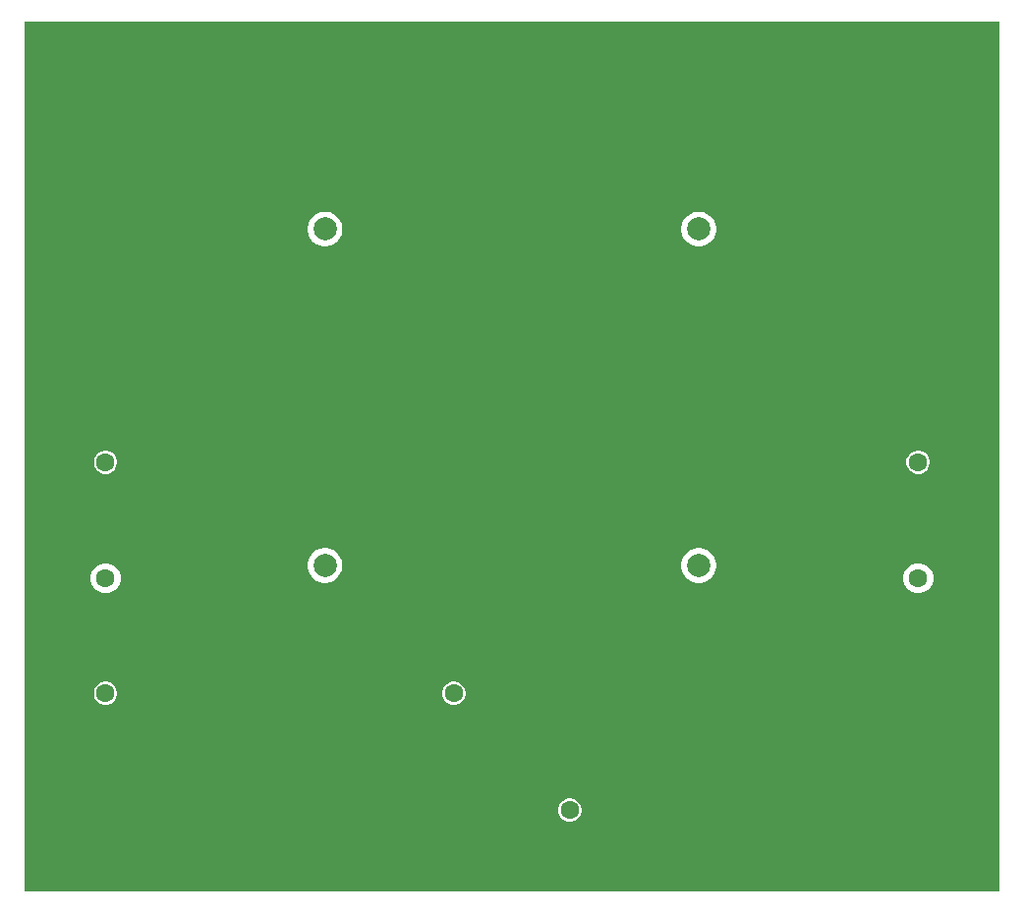
<source format=gbl>
G04*
G04 #@! TF.GenerationSoftware,Altium Limited,Altium Designer,21.9.1 (22)*
G04*
G04 Layer_Physical_Order=2*
G04 Layer_Color=16711680*
%FSAX44Y44*%
%MOMM*%
G71*
G04*
G04 #@! TF.SameCoordinates,FFB4AF1C-9F1E-4918-9BAF-B3E2B2FCB192*
G04*
G04*
G04 #@! TF.FilePolarity,Positive*
G04*
G01*
G75*
%ADD30C,2.0000*%
%ADD31C,2.2000*%
%ADD32C,1.6000*%
%ADD33C,0.7000*%
G36*
X00840000Y00000000D02*
X00000000D01*
Y00750000D01*
X00840000D01*
Y00000000D01*
D02*
G37*
%LPC*%
G36*
X00582477Y00586000D02*
X00579523D01*
X00576625Y00585424D01*
X00573895Y00584293D01*
X00571438Y00582651D01*
X00569349Y00580562D01*
X00567707Y00578105D01*
X00566576Y00575375D01*
X00566000Y00572477D01*
Y00569523D01*
X00566576Y00566625D01*
X00567707Y00563895D01*
X00569349Y00561438D01*
X00571438Y00559349D01*
X00573895Y00557707D01*
X00576625Y00556576D01*
X00579523Y00556000D01*
X00582477D01*
X00585375Y00556576D01*
X00588105Y00557707D01*
X00590562Y00559349D01*
X00592651Y00561438D01*
X00594293Y00563895D01*
X00595424Y00566625D01*
X00596000Y00569523D01*
Y00572477D01*
X00595424Y00575375D01*
X00594293Y00578105D01*
X00592651Y00580562D01*
X00590562Y00582651D01*
X00588105Y00584293D01*
X00585375Y00585424D01*
X00582477Y00586000D01*
D02*
G37*
G36*
X00260477D02*
X00257523D01*
X00254625Y00585424D01*
X00251895Y00584293D01*
X00249438Y00582651D01*
X00247349Y00580562D01*
X00245707Y00578105D01*
X00244576Y00575375D01*
X00244000Y00572477D01*
Y00569523D01*
X00244576Y00566625D01*
X00245707Y00563895D01*
X00247349Y00561438D01*
X00249438Y00559349D01*
X00251895Y00557707D01*
X00254625Y00556576D01*
X00257523Y00556000D01*
X00260477D01*
X00263375Y00556576D01*
X00266105Y00557707D01*
X00268562Y00559349D01*
X00270651Y00561438D01*
X00272293Y00563895D01*
X00273424Y00566625D01*
X00274000Y00569523D01*
Y00572477D01*
X00273424Y00575375D01*
X00272293Y00578105D01*
X00270651Y00580562D01*
X00268562Y00582651D01*
X00266105Y00584293D01*
X00263375Y00585424D01*
X00260477Y00586000D01*
D02*
G37*
G36*
X00771317Y00380000D02*
X00768683D01*
X00766140Y00379319D01*
X00763860Y00378002D01*
X00761998Y00376140D01*
X00760682Y00373860D01*
X00760000Y00371316D01*
Y00368684D01*
X00760682Y00366140D01*
X00761998Y00363860D01*
X00763860Y00361998D01*
X00766140Y00360681D01*
X00768683Y00360000D01*
X00771317D01*
X00773860Y00360681D01*
X00776140Y00361998D01*
X00778002Y00363860D01*
X00779318Y00366140D01*
X00780000Y00368684D01*
Y00371316D01*
X00779318Y00373860D01*
X00778002Y00376140D01*
X00776140Y00378002D01*
X00773860Y00379319D01*
X00771317Y00380000D01*
D02*
G37*
G36*
X00071316D02*
X00068684D01*
X00066140Y00379319D01*
X00063860Y00378002D01*
X00061998Y00376140D01*
X00060682Y00373860D01*
X00060000Y00371316D01*
Y00368684D01*
X00060682Y00366140D01*
X00061998Y00363860D01*
X00063860Y00361998D01*
X00066140Y00360681D01*
X00068684Y00360000D01*
X00071316D01*
X00073860Y00360681D01*
X00076140Y00361998D01*
X00078002Y00363860D01*
X00079318Y00366140D01*
X00080000Y00368684D01*
Y00371316D01*
X00079318Y00373860D01*
X00078002Y00376140D01*
X00076140Y00378002D01*
X00073860Y00379319D01*
X00071316Y00380000D01*
D02*
G37*
G36*
X00582477Y00296000D02*
X00579523D01*
X00576625Y00295424D01*
X00573895Y00294293D01*
X00571438Y00292651D01*
X00569349Y00290562D01*
X00567707Y00288105D01*
X00566576Y00285375D01*
X00566000Y00282477D01*
Y00279523D01*
X00566576Y00276625D01*
X00567707Y00273895D01*
X00569349Y00271438D01*
X00571438Y00269349D01*
X00573895Y00267707D01*
X00576625Y00266576D01*
X00579523Y00266000D01*
X00582477D01*
X00585375Y00266576D01*
X00588105Y00267707D01*
X00590562Y00269349D01*
X00592651Y00271438D01*
X00594293Y00273895D01*
X00595424Y00276625D01*
X00596000Y00279523D01*
Y00282477D01*
X00595424Y00285375D01*
X00594293Y00288105D01*
X00592651Y00290562D01*
X00590562Y00292651D01*
X00588105Y00294293D01*
X00585375Y00295424D01*
X00582477Y00296000D01*
D02*
G37*
G36*
X00260477D02*
X00257523D01*
X00254625Y00295424D01*
X00251895Y00294293D01*
X00249438Y00292651D01*
X00247349Y00290562D01*
X00245707Y00288105D01*
X00244576Y00285375D01*
X00244000Y00282477D01*
Y00279523D01*
X00244576Y00276625D01*
X00245707Y00273895D01*
X00247349Y00271438D01*
X00249438Y00269349D01*
X00251895Y00267707D01*
X00254625Y00266576D01*
X00257523Y00266000D01*
X00260477D01*
X00263375Y00266576D01*
X00266105Y00267707D01*
X00268562Y00269349D01*
X00270651Y00271438D01*
X00272293Y00273895D01*
X00273424Y00276625D01*
X00274000Y00279523D01*
Y00282477D01*
X00273424Y00285375D01*
X00272293Y00288105D01*
X00270651Y00290562D01*
X00268562Y00292651D01*
X00266105Y00294293D01*
X00263375Y00295424D01*
X00260477Y00296000D01*
D02*
G37*
G36*
X00771712Y00283000D02*
X00768288D01*
X00764982Y00282114D01*
X00762018Y00280403D01*
X00759597Y00277982D01*
X00757886Y00275018D01*
X00757000Y00271712D01*
Y00268288D01*
X00757886Y00264982D01*
X00759597Y00262018D01*
X00762018Y00259597D01*
X00764982Y00257886D01*
X00768288Y00257000D01*
X00771712D01*
X00775018Y00257886D01*
X00777982Y00259597D01*
X00780403Y00262018D01*
X00782114Y00264982D01*
X00783000Y00268288D01*
Y00271712D01*
X00782114Y00275018D01*
X00780403Y00277982D01*
X00777982Y00280403D01*
X00775018Y00282114D01*
X00771712Y00283000D01*
D02*
G37*
G36*
X00071712D02*
X00068288D01*
X00064982Y00282114D01*
X00062018Y00280403D01*
X00059597Y00277982D01*
X00057886Y00275018D01*
X00057000Y00271712D01*
Y00268288D01*
X00057886Y00264982D01*
X00059597Y00262018D01*
X00062018Y00259597D01*
X00064982Y00257886D01*
X00068288Y00257000D01*
X00071712D01*
X00075018Y00257886D01*
X00077982Y00259597D01*
X00080403Y00262018D01*
X00082114Y00264982D01*
X00083000Y00268288D01*
Y00271712D01*
X00082114Y00275018D01*
X00080403Y00277982D01*
X00077982Y00280403D01*
X00075018Y00282114D01*
X00071712Y00283000D01*
D02*
G37*
G36*
X00371317Y00180800D02*
X00368684D01*
X00366140Y00180119D01*
X00363860Y00178802D01*
X00361998Y00176940D01*
X00360682Y00174660D01*
X00360000Y00172117D01*
Y00169484D01*
X00360682Y00166940D01*
X00361998Y00164660D01*
X00363860Y00162798D01*
X00366140Y00161481D01*
X00368684Y00160800D01*
X00371317D01*
X00373860Y00161481D01*
X00376140Y00162798D01*
X00378002Y00164660D01*
X00379319Y00166940D01*
X00380000Y00169484D01*
Y00172117D01*
X00379319Y00174660D01*
X00378002Y00176940D01*
X00376140Y00178802D01*
X00373860Y00180119D01*
X00371317Y00180800D01*
D02*
G37*
G36*
X00071317D02*
X00068684D01*
X00066140Y00180119D01*
X00063860Y00178802D01*
X00061998Y00176940D01*
X00060682Y00174660D01*
X00060000Y00172117D01*
Y00169484D01*
X00060682Y00166940D01*
X00061998Y00164660D01*
X00063860Y00162798D01*
X00066140Y00161481D01*
X00068684Y00160800D01*
X00071317D01*
X00073860Y00161481D01*
X00076140Y00162798D01*
X00078002Y00164660D01*
X00079319Y00166940D01*
X00080000Y00169484D01*
Y00172117D01*
X00079319Y00174660D01*
X00078002Y00176940D01*
X00076140Y00178802D01*
X00073860Y00180119D01*
X00071317Y00180800D01*
D02*
G37*
G36*
X00471316Y00080000D02*
X00468684D01*
X00466140Y00079318D01*
X00463860Y00078002D01*
X00461998Y00076140D01*
X00460681Y00073860D01*
X00460000Y00071316D01*
Y00068684D01*
X00460681Y00066140D01*
X00461998Y00063860D01*
X00463860Y00061998D01*
X00466140Y00060682D01*
X00468684Y00060000D01*
X00471316D01*
X00473860Y00060682D01*
X00476140Y00061998D01*
X00478002Y00063860D01*
X00479319Y00066140D01*
X00480000Y00068684D01*
Y00071316D01*
X00479319Y00073860D01*
X00478002Y00076140D01*
X00476140Y00078002D01*
X00473860Y00079318D01*
X00471316Y00080000D01*
D02*
G37*
%LPD*%
D30*
X00581000Y00571000D02*
D03*
Y00613000D02*
D03*
X00539000Y00571000D02*
D03*
X00301000D02*
D03*
X00259000Y00613000D02*
D03*
Y00571000D02*
D03*
X00581000Y00281000D02*
D03*
Y00323000D02*
D03*
X00539000Y00281000D02*
D03*
X00301000D02*
D03*
X00259000Y00323000D02*
D03*
Y00281000D02*
D03*
D31*
X00744600Y00395400D02*
D03*
X00795400D02*
D03*
Y00344600D02*
D03*
X00744600D02*
D03*
X00044600Y00395400D02*
D03*
X00095400D02*
D03*
Y00344600D02*
D03*
X00044600D02*
D03*
X00744600Y00295400D02*
D03*
X00795400D02*
D03*
Y00244600D02*
D03*
X00744600D02*
D03*
X00044600Y00095400D02*
D03*
X00095400D02*
D03*
Y00044600D02*
D03*
X00044600D02*
D03*
X00344600Y00196200D02*
D03*
X00395400D02*
D03*
Y00145400D02*
D03*
X00344600D02*
D03*
X00495400Y00044600D02*
D03*
X00444600D02*
D03*
Y00095400D02*
D03*
X00495400D02*
D03*
X00044600Y00295400D02*
D03*
X00095400D02*
D03*
Y00244600D02*
D03*
X00044600D02*
D03*
X00044600Y00196200D02*
D03*
X00095400D02*
D03*
Y00145400D02*
D03*
X00044600D02*
D03*
D32*
X00770000Y00370000D02*
D03*
X00070000D02*
D03*
X00770000Y00270000D02*
D03*
X00070000Y00070000D02*
D03*
X00370000Y00170800D02*
D03*
X00470000Y00070000D02*
D03*
X00070000Y00270000D02*
D03*
X00070000Y00170800D02*
D03*
D33*
X00720000Y00620000D02*
D03*
X00700000D02*
D03*
X00680000D02*
D03*
X00660000D02*
D03*
X00640000D02*
D03*
X00200000D02*
D03*
X00180000D02*
D03*
X00160000D02*
D03*
X00140000D02*
D03*
X00120000D02*
D03*
X00570000Y00590000D02*
D03*
X00450000Y00570000D02*
D03*
X00470000D02*
D03*
X00490000D02*
D03*
X00510000D02*
D03*
X00370000D02*
D03*
X00390000D02*
D03*
X00410000D02*
D03*
X00430000D02*
D03*
X00330000D02*
D03*
X00350000D02*
D03*
X00270000Y00590000D02*
D03*
X00230000Y00610000D02*
D03*
Y00570000D02*
D03*
X00610000D02*
D03*
Y00610000D02*
D03*
X00530000Y00590000D02*
D03*
X00550000D02*
D03*
X00530000Y00610000D02*
D03*
X00550000D02*
D03*
X00350000D02*
D03*
X00330000D02*
D03*
X00310000D02*
D03*
X00290000D02*
D03*
X00350000Y00590000D02*
D03*
X00330000D02*
D03*
X00310000D02*
D03*
X00290000D02*
D03*
X00430000Y00610000D02*
D03*
X00410000D02*
D03*
X00390000D02*
D03*
X00370000D02*
D03*
X00430000Y00590000D02*
D03*
X00410000D02*
D03*
X00390000D02*
D03*
X00370000D02*
D03*
X00510000Y00610000D02*
D03*
X00490000D02*
D03*
X00470000D02*
D03*
X00450000D02*
D03*
X00510000Y00590000D02*
D03*
X00490000D02*
D03*
X00470000D02*
D03*
X00450000D02*
D03*
X00610000Y00300000D02*
D03*
Y00320000D02*
D03*
X00230000Y00300000D02*
D03*
Y00320000D02*
D03*
X00290000Y00260000D02*
D03*
X00310000D02*
D03*
X00530000D02*
D03*
X00550000D02*
D03*
X00510000Y00280000D02*
D03*
Y00260000D02*
D03*
X00490000Y00280000D02*
D03*
Y00260000D02*
D03*
X00550000Y00320000D02*
D03*
Y00300000D02*
D03*
X00530000Y00320000D02*
D03*
Y00300000D02*
D03*
X00410000Y00260000D02*
D03*
X00430000D02*
D03*
X00450000D02*
D03*
X00470000D02*
D03*
X00410000Y00280000D02*
D03*
X00430000D02*
D03*
X00450000D02*
D03*
X00470000D02*
D03*
X00330000Y00260000D02*
D03*
X00350000D02*
D03*
X00370000D02*
D03*
X00390000D02*
D03*
X00330000Y00280000D02*
D03*
X00350000D02*
D03*
X00370000D02*
D03*
X00390000D02*
D03*
X00450000Y00300000D02*
D03*
X00470000D02*
D03*
X00490000D02*
D03*
X00510000D02*
D03*
X00450000Y00320000D02*
D03*
X00470000D02*
D03*
X00490000D02*
D03*
X00510000D02*
D03*
X00370000Y00300000D02*
D03*
X00390000D02*
D03*
X00410000D02*
D03*
X00430000D02*
D03*
X00370000Y00320000D02*
D03*
X00390000D02*
D03*
X00410000D02*
D03*
X00430000D02*
D03*
X00290000Y00300000D02*
D03*
X00310000D02*
D03*
X00330000D02*
D03*
X00350000D02*
D03*
X00290000Y00320000D02*
D03*
X00310000D02*
D03*
X00330000D02*
D03*
X00350000D02*
D03*
X00230000Y00730000D02*
D03*
X00250000D02*
D03*
X00270000D02*
D03*
X00290000D02*
D03*
X00310000D02*
D03*
X00410000D02*
D03*
X00390000D02*
D03*
X00370000D02*
D03*
X00350000D02*
D03*
X00330000D02*
D03*
X00530000D02*
D03*
X00550000D02*
D03*
X00570000D02*
D03*
X00590000D02*
D03*
X00610000D02*
D03*
X00510000D02*
D03*
X00490000D02*
D03*
X00470000D02*
D03*
X00450000D02*
D03*
X00430000D02*
D03*
X00230000Y00710000D02*
D03*
X00250000D02*
D03*
X00270000D02*
D03*
X00290000D02*
D03*
X00310000D02*
D03*
X00410000D02*
D03*
X00390000D02*
D03*
X00370000D02*
D03*
X00350000D02*
D03*
X00330000D02*
D03*
X00530000D02*
D03*
X00550000D02*
D03*
X00570000D02*
D03*
X00590000D02*
D03*
X00610000D02*
D03*
X00510000D02*
D03*
X00490000D02*
D03*
X00470000D02*
D03*
X00450000D02*
D03*
X00430000D02*
D03*
X00230000Y00690000D02*
D03*
X00250000D02*
D03*
X00270000D02*
D03*
X00290000D02*
D03*
X00310000D02*
D03*
X00410000D02*
D03*
X00390000D02*
D03*
X00370000D02*
D03*
X00350000D02*
D03*
X00330000D02*
D03*
X00530000D02*
D03*
X00550000D02*
D03*
X00570000D02*
D03*
X00590000D02*
D03*
X00610000D02*
D03*
X00510000D02*
D03*
X00490000D02*
D03*
X00470000D02*
D03*
X00450000D02*
D03*
X00430000D02*
D03*
X00230000Y00670000D02*
D03*
X00250000D02*
D03*
X00270000D02*
D03*
X00290000D02*
D03*
X00310000D02*
D03*
X00410000D02*
D03*
X00390000D02*
D03*
X00370000D02*
D03*
X00350000D02*
D03*
X00330000D02*
D03*
X00530000D02*
D03*
X00550000D02*
D03*
X00570000D02*
D03*
X00590000D02*
D03*
X00610000D02*
D03*
X00510000D02*
D03*
X00490000D02*
D03*
X00470000D02*
D03*
X00450000D02*
D03*
X00430000D02*
D03*
X00230000Y00650000D02*
D03*
X00250000D02*
D03*
X00270000D02*
D03*
X00290000D02*
D03*
X00310000D02*
D03*
X00410000D02*
D03*
X00390000D02*
D03*
X00370000D02*
D03*
X00350000D02*
D03*
X00330000D02*
D03*
X00530000D02*
D03*
X00550000D02*
D03*
X00570000D02*
D03*
X00590000D02*
D03*
X00610000D02*
D03*
X00510000D02*
D03*
X00490000D02*
D03*
X00470000D02*
D03*
X00450000D02*
D03*
X00430000D02*
D03*
X00230000Y00630000D02*
D03*
X00250000D02*
D03*
X00270000D02*
D03*
X00290000D02*
D03*
X00310000D02*
D03*
X00410000D02*
D03*
X00390000D02*
D03*
X00370000D02*
D03*
X00350000D02*
D03*
X00330000D02*
D03*
X00530000D02*
D03*
X00550000D02*
D03*
X00570000D02*
D03*
X00590000D02*
D03*
X00610000D02*
D03*
X00510000D02*
D03*
X00490000D02*
D03*
X00470000D02*
D03*
X00450000D02*
D03*
X00430000D02*
D03*
X00230000Y00550000D02*
D03*
X00250000D02*
D03*
X00270000D02*
D03*
X00290000D02*
D03*
X00310000D02*
D03*
X00410000D02*
D03*
X00390000D02*
D03*
X00370000D02*
D03*
X00350000D02*
D03*
X00330000D02*
D03*
X00530000D02*
D03*
X00550000D02*
D03*
X00570000D02*
D03*
X00590000D02*
D03*
X00610000D02*
D03*
X00510000D02*
D03*
X00490000D02*
D03*
X00470000D02*
D03*
X00450000D02*
D03*
X00430000D02*
D03*
X00230000Y00530000D02*
D03*
X00250000D02*
D03*
X00270000D02*
D03*
X00290000D02*
D03*
X00310000D02*
D03*
X00410000D02*
D03*
X00390000D02*
D03*
X00370000D02*
D03*
X00350000D02*
D03*
X00330000D02*
D03*
X00530000D02*
D03*
X00550000D02*
D03*
X00570000D02*
D03*
X00590000D02*
D03*
X00610000D02*
D03*
X00510000D02*
D03*
X00490000D02*
D03*
X00470000D02*
D03*
X00450000D02*
D03*
X00430000D02*
D03*
X00230000Y00500000D02*
D03*
X00250000D02*
D03*
X00270000D02*
D03*
X00290000D02*
D03*
X00310000D02*
D03*
X00410000D02*
D03*
X00390000D02*
D03*
X00370000D02*
D03*
X00350000D02*
D03*
X00330000D02*
D03*
X00530000D02*
D03*
X00550000D02*
D03*
X00570000D02*
D03*
X00590000D02*
D03*
X00610000D02*
D03*
X00510000D02*
D03*
X00490000D02*
D03*
X00470000D02*
D03*
X00450000D02*
D03*
X00430000D02*
D03*
X00230000Y00480000D02*
D03*
X00250000D02*
D03*
X00270000D02*
D03*
X00290000D02*
D03*
X00310000D02*
D03*
X00410000D02*
D03*
X00390000D02*
D03*
X00370000D02*
D03*
X00350000D02*
D03*
X00330000D02*
D03*
X00530000D02*
D03*
X00550000D02*
D03*
X00570000D02*
D03*
X00590000D02*
D03*
X00610000D02*
D03*
X00510000D02*
D03*
X00490000D02*
D03*
X00470000D02*
D03*
X00450000D02*
D03*
X00430000D02*
D03*
X00230000Y00460000D02*
D03*
X00250000D02*
D03*
X00270000D02*
D03*
X00290000D02*
D03*
X00310000D02*
D03*
X00410000D02*
D03*
X00390000D02*
D03*
X00370000D02*
D03*
X00350000D02*
D03*
X00330000D02*
D03*
X00530000D02*
D03*
X00550000D02*
D03*
X00570000D02*
D03*
X00590000D02*
D03*
X00610000D02*
D03*
X00510000D02*
D03*
X00490000D02*
D03*
X00470000D02*
D03*
X00450000D02*
D03*
X00430000D02*
D03*
X00230000Y00440000D02*
D03*
X00250000D02*
D03*
X00270000D02*
D03*
X00290000D02*
D03*
X00310000D02*
D03*
X00410000D02*
D03*
X00390000D02*
D03*
X00370000D02*
D03*
X00350000D02*
D03*
X00330000D02*
D03*
X00530000D02*
D03*
X00550000D02*
D03*
X00570000D02*
D03*
X00590000D02*
D03*
X00610000D02*
D03*
X00510000D02*
D03*
X00490000D02*
D03*
X00470000D02*
D03*
X00450000D02*
D03*
X00430000D02*
D03*
X00230000Y00420000D02*
D03*
X00250000D02*
D03*
X00270000D02*
D03*
X00290000D02*
D03*
X00310000D02*
D03*
X00410000D02*
D03*
X00390000D02*
D03*
X00370000D02*
D03*
X00350000D02*
D03*
X00330000D02*
D03*
X00530000D02*
D03*
X00550000D02*
D03*
X00570000D02*
D03*
X00590000D02*
D03*
X00610000D02*
D03*
X00510000D02*
D03*
X00490000D02*
D03*
X00470000D02*
D03*
X00450000D02*
D03*
X00430000D02*
D03*
X00230000Y00400000D02*
D03*
X00250000D02*
D03*
X00270000D02*
D03*
X00290000D02*
D03*
X00310000D02*
D03*
X00410000D02*
D03*
X00390000D02*
D03*
X00370000D02*
D03*
X00350000D02*
D03*
X00330000D02*
D03*
X00530000D02*
D03*
X00550000D02*
D03*
X00570000D02*
D03*
X00590000D02*
D03*
X00610000D02*
D03*
X00510000D02*
D03*
X00490000D02*
D03*
X00470000D02*
D03*
X00450000D02*
D03*
X00430000D02*
D03*
X00230000Y00380000D02*
D03*
X00250000D02*
D03*
X00270000D02*
D03*
X00290000D02*
D03*
X00310000D02*
D03*
X00410000D02*
D03*
X00390000D02*
D03*
X00370000D02*
D03*
X00350000D02*
D03*
X00330000D02*
D03*
X00530000D02*
D03*
X00550000D02*
D03*
X00570000D02*
D03*
X00590000D02*
D03*
X00610000D02*
D03*
X00510000D02*
D03*
X00490000D02*
D03*
X00470000D02*
D03*
X00450000D02*
D03*
X00430000D02*
D03*
X00230000Y00360000D02*
D03*
X00250000D02*
D03*
X00270000D02*
D03*
X00290000D02*
D03*
X00310000D02*
D03*
X00410000D02*
D03*
X00390000D02*
D03*
X00370000D02*
D03*
X00350000D02*
D03*
X00330000D02*
D03*
X00530000D02*
D03*
X00550000D02*
D03*
X00570000D02*
D03*
X00590000D02*
D03*
X00610000D02*
D03*
X00510000D02*
D03*
X00490000D02*
D03*
X00470000D02*
D03*
X00450000D02*
D03*
X00430000D02*
D03*
X00230000Y00340000D02*
D03*
X00250000D02*
D03*
X00270000D02*
D03*
X00290000D02*
D03*
X00310000D02*
D03*
X00410000D02*
D03*
X00390000D02*
D03*
X00370000D02*
D03*
X00350000D02*
D03*
X00330000D02*
D03*
X00530000D02*
D03*
X00550000D02*
D03*
X00570000D02*
D03*
X00590000D02*
D03*
X00610000D02*
D03*
X00510000D02*
D03*
X00490000D02*
D03*
X00470000D02*
D03*
X00450000D02*
D03*
X00430000D02*
D03*
Y00240000D02*
D03*
X00450000D02*
D03*
X00470000D02*
D03*
X00490000D02*
D03*
X00510000D02*
D03*
X00610000D02*
D03*
X00590000D02*
D03*
X00570000D02*
D03*
X00550000D02*
D03*
X00530000D02*
D03*
X00330000D02*
D03*
X00350000D02*
D03*
X00370000D02*
D03*
X00390000D02*
D03*
X00410000D02*
D03*
X00310000D02*
D03*
X00290000D02*
D03*
X00270000D02*
D03*
X00250000D02*
D03*
X00230000D02*
D03*
X00110000Y00550000D02*
D03*
X00120000D02*
D03*
Y00560000D02*
D03*
Y00570000D02*
D03*
Y00540000D02*
D03*
Y00530000D02*
D03*
X00130000D02*
D03*
Y00550000D02*
D03*
Y00570000D02*
D03*
Y00560000D02*
D03*
Y00540000D02*
D03*
X00710000D02*
D03*
Y00560000D02*
D03*
Y00570000D02*
D03*
Y00550000D02*
D03*
Y00530000D02*
D03*
X00720000D02*
D03*
Y00540000D02*
D03*
Y00570000D02*
D03*
Y00560000D02*
D03*
Y00550000D02*
D03*
X00730000D02*
D03*
X00310000Y00060000D02*
D03*
Y00030000D02*
D03*
Y00040000D02*
D03*
Y00050000D02*
D03*
X00300000Y00070000D02*
D03*
Y00080000D02*
D03*
Y00090000D02*
D03*
Y00100000D02*
D03*
Y00060000D02*
D03*
Y00050000D02*
D03*
Y00040000D02*
D03*
Y00030000D02*
D03*
X00290000Y00070000D02*
D03*
Y00080000D02*
D03*
Y00090000D02*
D03*
Y00100000D02*
D03*
Y00060000D02*
D03*
Y00050000D02*
D03*
Y00040000D02*
D03*
Y00030000D02*
D03*
X00280000Y00070000D02*
D03*
Y00080000D02*
D03*
Y00090000D02*
D03*
Y00100000D02*
D03*
Y00060000D02*
D03*
Y00050000D02*
D03*
Y00040000D02*
D03*
Y00030000D02*
D03*
X00270000Y00070000D02*
D03*
Y00080000D02*
D03*
Y00090000D02*
D03*
Y00100000D02*
D03*
Y00060000D02*
D03*
Y00050000D02*
D03*
Y00040000D02*
D03*
Y00030000D02*
D03*
X00260000Y00070000D02*
D03*
Y00080000D02*
D03*
Y00090000D02*
D03*
Y00100000D02*
D03*
Y00060000D02*
D03*
Y00050000D02*
D03*
Y00040000D02*
D03*
Y00030000D02*
D03*
X00250000Y00070000D02*
D03*
Y00080000D02*
D03*
Y00090000D02*
D03*
Y00100000D02*
D03*
Y00060000D02*
D03*
Y00050000D02*
D03*
Y00040000D02*
D03*
Y00030000D02*
D03*
X00240000Y00070000D02*
D03*
Y00080000D02*
D03*
Y00090000D02*
D03*
Y00100000D02*
D03*
Y00060000D02*
D03*
Y00050000D02*
D03*
Y00040000D02*
D03*
Y00030000D02*
D03*
X00230000D02*
D03*
Y00040000D02*
D03*
Y00050000D02*
D03*
Y00060000D02*
D03*
X00310000Y00100000D02*
D03*
Y00090000D02*
D03*
Y00080000D02*
D03*
Y00110000D02*
D03*
X00290000D02*
D03*
X00300000D02*
D03*
X00270000D02*
D03*
X00280000D02*
D03*
X00260000D02*
D03*
X00250000D02*
D03*
X00240000D02*
D03*
X00230000D02*
D03*
Y00100000D02*
D03*
Y00090000D02*
D03*
Y00080000D02*
D03*
Y00070000D02*
D03*
M02*

</source>
